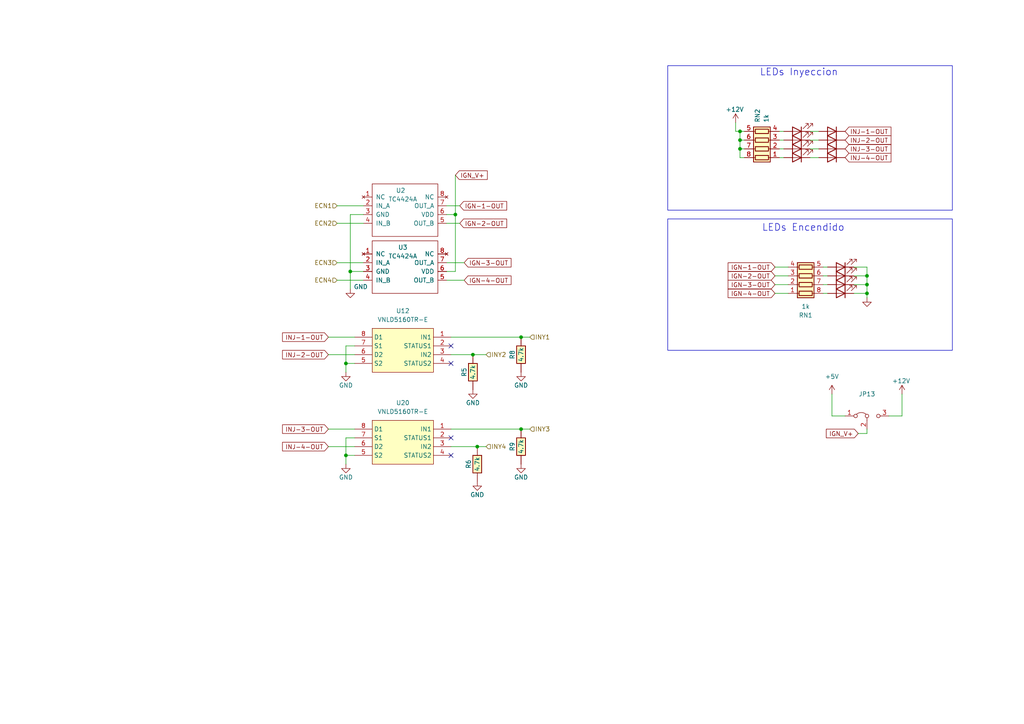
<source format=kicad_sch>
(kicad_sch (version 20241004) (generator "eeschema") (generator_version "8.99")
  (paper "A4")
  (title_block (title "μEFI (Speeduino FW compatible)") (date "2023-12-25") (rev "v6.1") (company "Churrosoft ®") (comment 1 "CERN-OHL-S-2.0 license"))
  (lib_symbols
    (symbol "Device:D" (pin_numbers (hide yes)) (pin_names (offset 1.016) (hide yes))
      (property "Reference" "D" (at 0 2.54 0))
      (property "Value" "D" (at 0 -2.54 0))
      (symbol "D_0_1"
        (polyline (pts (xy -1.27 1.27) (xy -1.27 -1.27)) (stroke (width 0.254)))
        (polyline (pts (xy 1.27 1.27) (xy 1.27 -1.27) (xy -1.27 0) (xy 1.27 1.27)) (stroke (width 0.254)))
        (polyline (pts (xy 1.27 0) (xy -1.27 0)))
      )
      (symbol "D_1_1"
        (pin passive line (at -3.81 0 0) (length 2.54) (name "K") (number "1"))
        (pin passive line (at 3.81 0 180) (length 2.54) (name "A") (number "2"))
      )
    )
    (symbol "Device:LED" (pin_numbers (hide yes)) (pin_names (offset 1.016) (hide yes))
      (property "Reference" "D" (at 0 2.54 0))
      (property "Value" "LED" (at 0 -2.54 0))
      (symbol "LED_0_1"
        (polyline (pts (xy -3.048 -0.762) (xy -4.572 -2.286) (xy -3.81 -2.286) (xy -4.572 -2.286) (xy -4.572 -1.524)))
        (polyline (pts (xy -1.778 -0.762) (xy -3.302 -2.286) (xy -2.54 -2.286) (xy -3.302 -2.286) (xy -3.302 -1.524)))
        (polyline (pts (xy -1.27 0) (xy 1.27 0)))
        (polyline (pts (xy -1.27 -1.27) (xy -1.27 1.27)) (stroke (width 0.254)))
        (polyline (pts (xy 1.27 -1.27) (xy 1.27 1.27) (xy -1.27 0) (xy 1.27 -1.27)) (stroke (width 0.254)))
      )
      (symbol "LED_1_1"
        (pin passive line (at -3.81 0 0) (length 2.54) (name "K") (number "1"))
        (pin passive line (at 3.81 0 180) (length 2.54) (name "A") (number "2"))
      )
    )
    (symbol "Device:R_Pack04" (pin_names (offset 0) (hide yes))
      (property "Reference" "RN" (at -7.62 0 90))
      (property "Value" "R_Pack04" (at 5.08 0 90))
      (symbol "R_Pack04_0_1"
        (rectangle (start -6.35 -2.413) (end 3.81 2.413) (stroke (width 0.254)) (fill (type background)))
        (rectangle (start -5.715 1.905) (end -4.445 -1.905) (stroke (width 0.254)))
        (polyline (pts (xy -5.08 1.905) (xy -5.08 2.54)))
        (polyline (pts (xy -5.08 -2.54) (xy -5.08 -1.905)))
        (rectangle (start -3.175 1.905) (end -1.905 -1.905) (stroke (width 0.254)))
        (polyline (pts (xy -2.54 1.905) (xy -2.54 2.54)))
        (polyline (pts (xy -2.54 -2.54) (xy -2.54 -1.905)))
        (rectangle (start -0.635 1.905) (end 0.635 -1.905) (stroke (width 0.254)))
        (polyline (pts (xy 0 1.905) (xy 0 2.54)))
        (polyline (pts (xy 0 -2.54) (xy 0 -1.905)))
        (rectangle (start 1.905 1.905) (end 3.175 -1.905) (stroke (width 0.254)))
        (polyline (pts (xy 2.54 1.905) (xy 2.54 2.54)))
        (polyline (pts (xy 2.54 -2.54) (xy 2.54 -1.905)))
      )
      (symbol "R_Pack04_1_1"
        (pin passive line (at -5.08 5.08 270) (length 2.54) (name "R1.2") (number "8"))
        (pin passive line (at -5.08 -5.08 90) (length 2.54) (name "R1.1") (number "1"))
        (pin passive line (at -2.54 5.08 270) (length 2.54) (name "R2.2") (number "7"))
        (pin passive line (at -2.54 -5.08 90) (length 2.54) (name "R2.1") (number "2"))
        (pin passive line (at 0 5.08 270) (length 2.54) (name "R3.2") (number "6"))
        (pin passive line (at 0 -5.08 90) (length 2.54) (name "R3.1") (number "3"))
        (pin passive line (at 2.54 5.08 270) (length 2.54) (name "R4.2") (number "5"))
        (pin passive line (at 2.54 -5.08 90) (length 2.54) (name "R4.1") (number "4"))
      )
    )
    (symbol "IC_Automotive:TC4424A" (pin_names (offset 1.016))
      (property "Reference" "U" (at -7.62 38.1 0))
      (property "Value" "TC4424A" (at -15.24 38.1 0))
      (symbol "TC4424A_0_1"
        (rectangle (start -25.4 36.83) (end -6.35 21.59))
      )
      (symbol "TC4424A_1_1"
        (pin no_connect line (at -27.94 33.02 0) (length 2.54) (name "NC") (number "1"))
        (pin input line (at -27.94 30.48 0) (length 2.54) (name "IN_A") (number "2"))
        (pin power_in line (at -27.94 27.94 0) (length 2.54) (name "GND") (number "3"))
        (pin input line (at -27.94 25.4 0) (length 2.54) (name "IN_B") (number "4"))
        (pin no_connect line (at -3.81 33.02 180) (length 2.54) (name "NC") (number "8"))
        (pin output line (at -3.81 30.48 180) (length 2.54) (name "OUT_A") (number "7"))
        (pin power_in line (at -3.81 27.94 180) (length 2.54) (name "VDD") (number "6"))
        (pin input line (at -3.81 25.4 180) (length 2.54) (name "OUT_B") (number "5"))
      )
    )
    (symbol "Jumper:Jumper_3_Bridged12" (pin_names (offset 0) (hide yes))
      (property "Reference" "JP" (at -2.54 -2.54 0))
      (property "Value" "Jumper_3_Bridged12" (at 0 2.794 0))
      (symbol "Jumper_3_Bridged12_0_0"
        (circle (center -3.302 0) (radius 0.508))
        (circle (center 0 0) (radius 0.508))
        (circle (center 3.302 0) (radius 0.508))
      )
      (symbol "Jumper_3_Bridged12_0_1"
        (arc (start -3.048 0.508) (mid -1.651 0.9912) (end -0.254 0.508))
        (polyline (pts (xy 0 -1.27) (xy 0 -0.508)))
      )
      (symbol "Jumper_3_Bridged12_1_1"
        (pin passive line (at -6.35 0 0) (length 2.54) (name "A") (number "1"))
        (pin passive line (at 0 -3.81 90) (length 2.54) (name "C") (number "2"))
        (pin passive line (at 6.35 0 180) (length 2.54) (name "B") (number "3"))
      )
    )
    (symbol "chips:VNLD5160"
      (property "Reference" "U" (at 6.35 3.81 0))
      (property "Value" "VNLD5160TR-E" (at 12.7 -11.43 0))
      (symbol "VNLD5160_1_1"
        (rectangle (start 5.08 2.54) (end 22.86 -10.16) (fill (type background)))
        (pin input line (at 0 0 0) (length 5.08) (name "IN1") (number "1"))
        (pin open_collector line (at 0 -2.54 0) (length 5.08) (name "STATUS1") (number "2"))
        (pin input line (at 0 -5.08 0) (length 5.08) (name "IN2") (number "3"))
        (pin open_collector line (at 0 -7.62 0) (length 5.08) (name "STATUS2") (number "4"))
        (pin power_out line (at 27.94 0 180) (length 5.08) (name "D1") (number "8"))
        (pin power_in line (at 27.94 -2.54 180) (length 5.08) (name "S1") (number "7"))
        (pin power_out line (at 27.94 -5.08 180) (length 5.08) (name "D2") (number "6"))
        (pin power_in line (at 27.94 -7.62 180) (length 5.08) (name "S2") (number "5"))
      )
    )
    (symbol "hellen-one-common:Res" (pin_numbers (hide yes))
      (property "Reference" "R" (at 3.81 2.54 0))
      (property "Value" "Res" (at 5.08 -2.54 0))
      (symbol "Res_1_0"
        (rectangle (start 2.54 -1.27) (end 7.62 1.27) (stroke (width 0.254)) (fill (type background)))
        (pin passive line (at 0 0 0) (length 2.54) (name "") (number "1"))
        (pin passive line (at 10.16 0 180) (length 2.54) (name "") (number "2"))
      )
    )
    (symbol "power:+12V" (power) (pin_names (offset 0))
      (property "Value" "+12V" (at 0 3.556 0))
      (symbol "+12V_0_1"
        (polyline (pts (xy -0.762 1.27) (xy 0 2.54)))
        (polyline (pts (xy 0 2.54) (xy 0.762 1.27)))
        (polyline (pts (xy 0 0) (xy 0 2.54)))
      )
      (symbol "+12V_1_1"
        (pin power_in line (at 0 0 90) (length 0) (hide yes) (name "+12V") (number "1"))
      )
    )
    (symbol "power:+5V" (power) (pin_names (offset 0))
      (property "Value" "+5V" (at 0 3.556 0))
      (symbol "+5V_0_1"
        (polyline (pts (xy -0.762 1.27) (xy 0 2.54)))
        (polyline (pts (xy 0 2.54) (xy 0.762 1.27)))
        (polyline (pts (xy 0 0) (xy 0 2.54)))
      )
      (symbol "+5V_1_1"
        (pin power_in line (at 0 0 90) (length 0) (hide yes) (name "+5V") (number "1"))
      )
    )
    (symbol "power:GND" (power) (pin_names (offset 0))
      (property "Value" "GND" (at 0 -3.81 0))
      (symbol "GND_0_1"
        (polyline (pts (xy 0 0) (xy 0 -1.27) (xy 1.27 -1.27) (xy 0 -2.54) (xy -1.27 -1.27) (xy 0 -1.27)))
      )
      (symbol "GND_1_1"
        (pin power_in line (at 0 0 270) (length 0) (hide yes) (name "GND") (number "1"))
      )
    )
  )
  (rectangle (start 193.675 63.5) (end 276.225 101.6))
  (rectangle (start 193.675 19.05) (end 276.225 60.96))
  (text "LEDs Encendido" (at 220.98 67.31 0) (effects (font (size 2 2)) (justify left bottom)))
  (text "LEDs Inyeccion" (at 220.345 22.225 0) (effects (font (size 2 2)) (justify left bottom)))
  (junction (at 101.6 78.74))
  (junction (at 251.46 82.55))
  (junction (at 138.43 129.54))
  (junction (at 214.63 38.1))
  (junction (at 100.33 105.41))
  (junction (at 151.13 124.46))
  (junction (at 251.46 85.09))
  (junction (at 132.08 62.23))
  (junction (at 214.63 43.18))
  (junction (at 151.13 97.79))
  (junction (at 251.46 80.01))
  (junction (at 100.33 132.08))
  (junction (at 214.63 40.64))
  (junction (at 137.16 102.87))
  (no_connect (at 130.81 100.33))
  (no_connect (at 130.81 132.08))
  (no_connect (at 130.81 105.41))
  (no_connect (at 130.81 127))
  (wire (pts (xy 101.6 62.23) (xy 105.41 62.23)))
  (wire (pts (xy 247.65 82.55) (xy 251.46 82.55)))
  (wire (pts (xy 132.08 62.23) (xy 129.54 62.23)))
  (wire (pts (xy 100.33 105.41) (xy 102.87 105.41)))
  (wire (pts (xy 241.3 120.65) (xy 245.11 120.65)))
  (wire (pts (xy 95.25 102.87) (xy 102.87 102.87)))
  (wire (pts (xy 132.08 50.8) (xy 132.08 62.23)))
  (wire (pts (xy 129.54 59.69) (xy 133.35 59.69)))
  (wire (pts (xy 224.79 80.01) (xy 228.6 80.01)))
  (wire (pts (xy 251.46 85.09) (xy 247.65 85.09)))
  (wire (pts (xy 132.08 78.74) (xy 132.08 62.23)))
  (wire (pts (xy 95.25 97.79) (xy 102.87 97.79)))
  (wire (pts (xy 238.76 82.55) (xy 240.03 82.55)))
  (wire (pts (xy 151.13 97.79) (xy 153.67 97.79)))
  (wire (pts (xy 95.25 124.46) (xy 102.87 124.46)))
  (wire (pts (xy 224.79 85.09) (xy 228.6 85.09)))
  (wire (pts (xy 215.9 38.1) (xy 214.63 38.1)))
  (wire (pts (xy 251.46 85.09) (xy 251.46 82.55)))
  (wire (pts (xy 130.81 97.79) (xy 151.13 97.79)))
  (wire (pts (xy 238.76 77.47) (xy 240.03 77.47)))
  (wire (pts (xy 251.46 82.55) (xy 251.46 80.01)))
  (wire (pts (xy 234.95 45.72) (xy 237.49 45.72)))
  (wire (pts (xy 261.62 120.65) (xy 257.81 120.65)))
  (wire (pts (xy 247.65 80.01) (xy 251.46 80.01)))
  (wire (pts (xy 101.6 78.74) (xy 105.41 78.74)))
  (wire (pts (xy 214.63 40.64) (xy 214.63 38.1)))
  (wire (pts (xy 95.25 129.54) (xy 102.87 129.54)))
  (wire (pts (xy 226.06 45.72) (xy 227.33 45.72)))
  (wire (pts (xy 100.33 132.08) (xy 100.33 127)))
  (wire (pts (xy 226.06 40.64) (xy 227.33 40.64)))
  (wire (pts (xy 251.46 125.73) (xy 251.46 124.46)))
  (wire (pts (xy 130.81 124.46) (xy 151.13 124.46)))
  (wire (pts (xy 226.06 38.1) (xy 227.33 38.1)))
  (wire (pts (xy 247.65 77.47) (xy 251.46 77.47)))
  (wire (pts (xy 238.76 85.09) (xy 240.03 85.09)))
  (wire (pts (xy 130.81 129.54) (xy 138.43 129.54)))
  (wire (pts (xy 129.54 78.74) (xy 132.08 78.74)))
  (wire (pts (xy 213.36 35.56) (xy 213.36 38.1)))
  (wire (pts (xy 248.92 125.73) (xy 251.46 125.73)))
  (wire (pts (xy 234.95 38.1) (xy 237.49 38.1)))
  (wire (pts (xy 129.54 81.28) (xy 134.62 81.28)))
  (wire (pts (xy 97.79 76.2) (xy 105.41 76.2)))
  (wire (pts (xy 137.16 102.87) (xy 140.97 102.87)))
  (wire (pts (xy 129.54 76.2) (xy 134.62 76.2)))
  (wire (pts (xy 234.95 43.18) (xy 237.49 43.18)))
  (wire (pts (xy 251.46 86.36) (xy 251.46 85.09)))
  (wire (pts (xy 238.76 80.01) (xy 240.03 80.01)))
  (wire (pts (xy 151.13 124.46) (xy 153.67 124.46)))
  (wire (pts (xy 224.79 82.55) (xy 228.6 82.55)))
  (wire (pts (xy 97.79 59.69) (xy 105.41 59.69)))
  (wire (pts (xy 97.79 64.77) (xy 105.41 64.77)))
  (wire (pts (xy 100.33 134.62) (xy 100.33 132.08)))
  (wire (pts (xy 100.33 132.08) (xy 102.87 132.08)))
  (wire (pts (xy 100.33 127) (xy 102.87 127)))
  (wire (pts (xy 226.06 43.18) (xy 227.33 43.18)))
  (wire (pts (xy 97.79 81.28) (xy 105.41 81.28)))
  (wire (pts (xy 213.36 38.1) (xy 214.63 38.1)))
  (wire (pts (xy 101.6 78.74) (xy 101.6 62.23)))
  (wire (pts (xy 130.81 102.87) (xy 137.16 102.87)))
  (wire (pts (xy 129.54 64.77) (xy 133.35 64.77)))
  (wire (pts (xy 138.43 129.54) (xy 140.97 129.54)))
  (wire (pts (xy 241.3 114.3) (xy 241.3 120.65)))
  (wire (pts (xy 100.33 107.95) (xy 100.33 105.41)))
  (wire (pts (xy 100.33 105.41) (xy 100.33 100.33)))
  (wire (pts (xy 100.33 100.33) (xy 102.87 100.33)))
  (wire (pts (xy 214.63 40.64) (xy 215.9 40.64)))
  (wire (pts (xy 215.9 43.18) (xy 214.63 43.18)))
  (wire (pts (xy 234.95 40.64) (xy 237.49 40.64)))
  (wire (pts (xy 101.6 83.82) (xy 101.6 78.74)))
  (wire (pts (xy 251.46 80.01) (xy 251.46 77.47)))
  (wire (pts (xy 214.63 43.18) (xy 214.63 45.72)))
  (wire (pts (xy 224.79 77.47) (xy 228.6 77.47)))
  (wire (pts (xy 214.63 45.72) (xy 215.9 45.72)))
  (wire (pts (xy 214.63 43.18) (xy 214.63 40.64)))
  (wire (pts (xy 261.62 114.3) (xy 261.62 120.65)))
  (global_label "IGN-1-OUT" (shape input) (at 133.35 59.69 0) (property "Intersheetrefs" "${INTERSHEET_REFS}" (effects (hide yes))))
  (global_label "IGN-2-OUT" (shape input) (at 224.79 80.01 180) (property "Intersheetrefs" "${INTERSHEET_REFS}" (effects (hide yes))))
  (global_label "INJ-3-OUT" (shape input) (at 95.25 124.46 180) (property "Intersheetrefs" "${INTERSHEET_REFS}" (effects (hide yes))))
  (global_label "IGN-3-OUT" (shape input) (at 134.62 76.2 0) (property "Intersheetrefs" "${INTERSHEET_REFS}" (effects (hide yes))))
  (global_label "IGN-2-OUT" (shape input) (at 133.35 64.77 0) (property "Intersheetrefs" "${INTERSHEET_REFS}" (effects (hide yes))))
  (global_label "IGN-4-OUT" (shape input) (at 134.62 81.28 0) (property "Intersheetrefs" "${INTERSHEET_REFS}" (effects (hide yes))))
  (global_label "IGN_V+" (shape input) (at 132.08 50.8 0) (property "Intersheetrefs" "${INTERSHEET_REFS}" (effects (hide yes))))
  (global_label "INJ-1-OUT" (shape input) (at 245.11 38.1 0) (property "Intersheetrefs" "${INTERSHEET_REFS}" (effects (hide yes))))
  (global_label "IGN-3-OUT" (shape input) (at 224.79 82.55 180) (property "Intersheetrefs" "${INTERSHEET_REFS}" (effects (hide yes))))
  (global_label "IGN-1-OUT" (shape input) (at 224.79 77.47 180) (property "Intersheetrefs" "${INTERSHEET_REFS}" (effects (hide yes))))
  (global_label "INJ-2-OUT" (shape input) (at 95.25 102.87 180) (property "Intersheetrefs" "${INTERSHEET_REFS}" (effects (hide yes))))
  (global_label "INJ-4-OUT" (shape input) (at 95.25 129.54 180) (property "Intersheetrefs" "${INTERSHEET_REFS}" (effects (hide yes))))
  (global_label "INJ-4-OUT" (shape input) (at 245.11 45.72 0) (property "Intersheetrefs" "${INTERSHEET_REFS}" (effects (hide yes))))
  (global_label "INJ-2-OUT" (shape input) (at 245.11 40.64 0) (property "Intersheetrefs" "${INTERSHEET_REFS}" (effects (hide yes))))
  (global_label "IGN-4-OUT" (shape input) (at 224.79 85.09 180) (property "Intersheetrefs" "${INTERSHEET_REFS}" (effects (hide yes))))
  (global_label "INJ-1-OUT" (shape input) (at 95.25 97.79 180) (property "Intersheetrefs" "${INTERSHEET_REFS}" (effects (hide yes))))
  (global_label "IGN_V+" (shape input) (at 248.92 125.73 180) (property "Intersheetrefs" "${INTERSHEET_REFS}" (effects (hide yes))))
  (global_label "INJ-3-OUT" (shape input) (at 245.11 43.18 0) (property "Intersheetrefs" "${INTERSHEET_REFS}" (effects (hide yes))))
  (hierarchical_label "INY3" (shape input) (at 153.67 124.46 0))
  (hierarchical_label "ECN1" (shape input) (at 97.79 59.69 180))
  (hierarchical_label "ECN4" (shape input) (at 97.79 81.28 180))
  (hierarchical_label "ECN3" (shape input) (at 97.79 76.2 180))
  (hierarchical_label "ECN2" (shape input) (at 97.79 64.77 180))
  (hierarchical_label "INY1" (shape input) (at 153.67 97.79 0))
  (hierarchical_label "INY4" (shape input) (at 140.97 129.54 0))
  (hierarchical_label "INY2" (shape input) (at 140.97 102.87 0))
  (symbol (lib_id "chips:VNLD5160") (at 130.81 97.79 0) (mirror y) (unit 1)
    (property "Reference" "U12" (at 116.84 90.17 0))
    (property "Value" "VNLD5160TR-E" (at 116.84 92.71 0))
    (property "Footprint" "Package_SO:SOIC-8_3.9x4.9mm_P1.27mm" (effects (hide yes)))
    (property "LCSC" "C377942" (effects (hide yes)))
  )
  (symbol (lib_id "Jumper:Jumper_3_Bridged12") (at 251.46 120.65 0) (unit 1) (in_bom no)
    (property "Reference" "JP13" (at 251.46 114.3 0))
    (property "Value" "Jumper_3_Bridged12" (effects (hide yes)))
    (property "Footprint" "Jumper:SolderJumper-3_P1.3mm_Bridged2Bar12_Pad1.0x1.5mm" (effects (hide yes)))
    (property "Description" "Jumper, 3-pole, pins 1+2 closed/bridged" (effects (hide yes)))
  )
  (symbol (lib_id "power:GND") (at 138.43 139.7 0) (unit 1)
    (property "Reference" "#PWR046" (effects (hide yes)))
    (property "Value" "GND" (at 138.43 143.51 0))
    (property "Description" "Power symbol creates a global label with name \"GND\" , ground" (effects (hide yes)))
  )
  (symbol (lib_id "hellen-one-common:Res") (at 138.43 139.7 90) (unit 1)
    (property "Reference" "R6" (at 135.89 134.62 0))
    (property "Value" "4.7k" (at 138.43 134.62 0))
    (property "Footprint" "Resistor_SMD:R_0603_1608Metric" (effects (hide yes)))
    (property "LCSC" "C23162" (effects (hide yes)))
  )
  (symbol (lib_id "hellen-one-common:Res") (at 151.13 107.95 90) (unit 1)
    (property "Reference" "R8" (at 148.59 102.87 0))
    (property "Value" "4.7k" (at 151.13 102.87 0))
    (property "Footprint" "Resistor_SMD:R_0603_1608Metric" (effects (hide yes)))
    (property "LCSC" "C23162" (effects (hide yes)))
  )
  (symbol (lib_id "power:GND") (at 151.13 134.62 0) (unit 1)
    (property "Reference" "#PWR048" (effects (hide yes)))
    (property "Value" "GND" (at 151.13 138.43 0))
    (property "Description" "Power symbol creates a global label with name \"GND\" , ground" (effects (hide yes)))
  )
  (symbol (lib_id "Device:LED") (at 231.14 43.18 180) (unit 1)
    (property "Reference" "D5" (effects (hide yes)))
    (property "Value" "LED" (effects (hide yes)))
    (property "Footprint" "LED_SMD:LED_0805_2012Metric" (effects (hide yes)))
    (property "Digikey Part Number" "475-1415-1-ND" (effects (hide yes)))
    (property "Manufacturer_Name" "OSRAM" (effects (hide yes)))
    (property "Manufacturer_Part_Number" "LH R974-LP-1" (effects (hide yes)))
    (property "URL" "https://www.digikey.com/product-detail/en/osram-opto-semiconductors-inc/LH-R974-LP-1/475-1415-1-ND/1802604" (effects (hide yes)))
    (property "LCSC" "C965815" (effects (hide yes)))
  )
  (symbol (lib_id "IC_Automotive:TC4424A") (at 133.35 106.68 0) (unit 1)
    (property "Reference" "U3" (at 116.84 71.755 0))
    (property "Value" "TC4424A" (at 116.84 74.295 0))
    (property "Footprint" "Package_SO:SOIC-8_3.9x4.9mm_P1.27mm" (effects (hide yes)))
    (property "Digikey Part Number" "TC4424AVOA-ND" (effects (hide yes)))
    (property "Manufacturer_Name" "Microchip" (effects (hide yes)))
    (property "Manufacturer_Part_Number" "TC4424AVOA" (effects (hide yes)))
    (property "URL" "https://www.digikey.com/product-detail/en/microchip-technology/TC4424AVOA/TC4424AVOA-ND/1098908" (effects (hide yes)))
    (property "LCSC" "C44150" (effects (hide yes)))
    (property "STOCK" "ICS-000345-00" (effects (hide yes)))
  )
  (symbol (lib_id "IC_Automotive:TC4424A") (at 133.35 90.17 0) (unit 1)
    (property "Reference" "U2" (at 116.205 55.245 0))
    (property "Value" "TC4424A" (at 116.84 57.785 0))
    (property "Footprint" "Package_SO:SOIC-8_3.9x4.9mm_P1.27mm" (effects (hide yes)))
    (property "Digikey Part Number" "TC4424AVOA-ND" (effects (hide yes)))
    (property "Manufacturer_Name" "Microchip" (effects (hide yes)))
    (property "Manufacturer_Part_Number" "TC4424AVOA" (effects (hide yes)))
    (property "URL" "https://www.digikey.com/product-detail/en/microchip-technology/TC4424AVOA/TC4424AVOA-ND/1098908" (effects (hide yes)))
    (property "LCSC" "C44150" (effects (hide yes)))
    (property "STOCK" "ICS-000345-00" (effects (hide yes)))
  )
  (symbol (lib_id "Device:LED") (at 243.84 85.09 180) (unit 1)
    (property "Reference" "D1" (effects (hide yes)))
    (property "Value" "LED" (effects (hide yes)))
    (property "Footprint" "LED_SMD:LED_0805_2012Metric" (effects (hide yes)))
    (property "Digikey Part Number" "SML-H12D8TT86CCT-ND" (effects (hide yes)))
    (property "Manufacturer_Name" "Rohm Semiconductor" (effects (hide yes)))
    (property "Manufacturer_Part_Number" "SML-H12D8TT86C" (effects (hide yes)))
    (property "URL" "https://www.digikey.com.au/product-detail/en/rohm-semiconductor/SML-H12D8TT86C/SML-H12D8TT86CCT-ND/9090486" (effects (hide yes)))
    (property "LCSC" "C965814" (effects (hide yes)))
  )
  (symbol (lib_id "Device:D") (at 241.3 43.18 180) (unit 1)
    (property "Reference" "D6" (effects (hide yes)))
    (property "Value" "1N5819WS" (effects (hide yes)))
    (property "Footprint" "Diode_SMD:D_SOD-323_HandSoldering" (effects (hide yes)))
    (property "Manufacturer_Name" "MCC" (effects (hide yes)))
    (property "Manufacturer_Part_Number" "1N4448WX-TP" (effects (hide yes)))
    (property "URL" "https://www.digikey.com/product-detail/en/micro-commercial-co/1N4448WX-TP/1N4448WXTPMSCT-ND/789338" (effects (hide yes)))
    (property "LCSC" "C191023" (effects (hide yes)))
    (property "STOCK" "DIO-000272-00" (effects (hide yes)))
  )
  (symbol (lib_id "hellen-one-common:Res") (at 151.13 134.62 90) (unit 1)
    (property "Reference" "R9" (at 148.59 129.54 0))
    (property "Value" "4.7k" (at 151.13 129.54 0))
    (property "Footprint" "Resistor_SMD:R_0603_1608Metric" (effects (hide yes)))
    (property "LCSC" "C23162" (effects (hide yes)))
  )
  (symbol (lib_id "Device:LED") (at 243.84 77.47 180) (unit 1)
    (property "Reference" "D12" (effects (hide yes)))
    (property "Value" "LED" (effects (hide yes)))
    (property "Footprint" "LED_SMD:LED_0805_2012Metric" (effects (hide yes)))
    (property "Digikey Part Number" "SML-H12D8TT86CCT-ND" (effects (hide yes)))
    (property "Manufacturer_Name" "Rohm Semiconductor" (effects (hide yes)))
    (property "Manufacturer_Part_Number" "SML-H12D8TT86C" (effects (hide yes)))
    (property "URL" "https://www.digikey.com.au/product-detail/en/rohm-semiconductor/SML-H12D8TT86C/SML-H12D8TT86CCT-ND/9090486" (effects (hide yes)))
    (property "LCSC" "C965814" (effects (hide yes)))
  )
  (symbol (lib_id "Device:LED") (at 243.84 82.55 180) (unit 1)
    (property "Reference" "D4" (effects (hide yes)))
    (property "Value" "LED" (effects (hide yes)))
    (property "Footprint" "LED_SMD:LED_0805_2012Metric" (effects (hide yes)))
    (property "Digikey Part Number" "SML-H12D8TT86CCT-ND" (effects (hide yes)))
    (property "Manufacturer_Name" "Rohm Semiconductor" (effects (hide yes)))
    (property "Manufacturer_Part_Number" "SML-H12D8TT86C" (effects (hide yes)))
    (property "URL" "https://www.digikey.com.au/product-detail/en/rohm-semiconductor/SML-H12D8TT86C/SML-H12D8TT86CCT-ND/9090486" (effects (hide yes)))
    (property "LCSC" "C965814" (effects (hide yes)))
  )
  (symbol (lib_id "hellen-one-common:Res") (at 137.16 113.03 90) (unit 1)
    (property "Reference" "R5" (at 134.62 107.95 0))
    (property "Value" "4.7k" (at 137.16 107.95 0))
    (property "Footprint" "Resistor_SMD:R_0603_1608Metric" (effects (hide yes)))
    (property "LCSC" "C23162" (effects (hide yes)))
  )
  (symbol (lib_id "chips:VNLD5160") (at 130.81 124.46 0) (mirror y) (unit 1)
    (property "Reference" "U20" (at 116.84 116.84 0))
    (property "Value" "VNLD5160TR-E" (at 116.84 119.38 0))
    (property "Footprint" "Package_SO:SOIC-8_3.9x4.9mm_P1.27mm" (effects (hide yes)))
    (property "LCSC" "C377942" (effects (hide yes)))
  )
  (symbol (lib_id "Device:LED") (at 243.84 80.01 180) (unit 1)
    (property "Reference" "D9" (effects (hide yes)))
    (property "Value" "LED" (effects (hide yes)))
    (property "Footprint" "LED_SMD:LED_0805_2012Metric" (effects (hide yes)))
    (property "Digikey Part Number" "SML-H12D8TT86CCT-ND" (effects (hide yes)))
    (property "Manufacturer_Name" "Rohm Semiconductor" (effects (hide yes)))
    (property "Manufacturer_Part_Number" "SML-H12D8TT86C" (effects (hide yes)))
    (property "URL" "https://www.digikey.com.au/product-detail/en/rohm-semiconductor/SML-H12D8TT86C/SML-H12D8TT86CCT-ND/9090486" (effects (hide yes)))
    (property "LCSC" "C965814" (effects (hide yes)))
  )
  (symbol (lib_id "Device:D") (at 241.3 45.72 180) (unit 1)
    (property "Reference" "D3" (effects (hide yes)))
    (property "Value" "1N5819WS" (effects (hide yes)))
    (property "Footprint" "Diode_SMD:D_SOD-323_HandSoldering" (effects (hide yes)))
    (property "Manufacturer_Name" "MCC" (effects (hide yes)))
    (property "Manufacturer_Part_Number" "1N4448WX-TP" (effects (hide yes)))
    (property "URL" "https://www.digikey.com/product-detail/en/micro-commercial-co/1N4448WX-TP/1N4448WXTPMSCT-ND/789338" (effects (hide yes)))
    (property "LCSC" "C191023" (effects (hide yes)))
    (property "STOCK" "DIO-000272-00" (effects (hide yes)))
  )
  (symbol (lib_id "power:GND") (at 151.13 107.95 0) (unit 1)
    (property "Reference" "#PWR047" (effects (hide yes)))
    (property "Value" "GND" (at 151.13 111.76 0))
    (property "Description" "Power symbol creates a global label with name \"GND\" , ground" (effects (hide yes)))
  )
  (symbol (lib_id "power:GND") (at 101.6 83.82 0) (unit 1)
    (property "Reference" "#PWR05" (effects (hide yes)))
    (property "Value" "GND" (at 106.68 83.185 0) (effects (justify right)))
    (property "Description" "Power symbol creates a global label with name \"GND\" , ground" (effects (hide yes)))
  )
  (symbol (lib_id "Device:D") (at 241.3 38.1 180) (unit 1)
    (property "Reference" "D11" (effects (hide yes)))
    (property "Value" "1N5819WS" (effects (hide yes)))
    (property "Footprint" "Diode_SMD:D_SOD-323_HandSoldering" (effects (hide yes)))
    (property "Manufacturer_Name" "MCC" (effects (hide yes)))
    (property "Manufacturer_Part_Number" "1N4448WX-TP" (effects (hide yes)))
    (property "URL" "https://www.digikey.com/product-detail/en/micro-commercial-co/1N4448WX-TP/1N4448WXTPMSCT-ND/789338" (effects (hide yes)))
    (property "LCSC" "C191023" (effects (hide yes)))
    (property "STOCK" "DIO-000272-00" (effects (hide yes)))
  )
  (symbol (lib_id "Device:D") (at 241.3 40.64 180) (unit 1)
    (property "Reference" "D8" (effects (hide yes)))
    (property "Value" "1N5819WS" (effects (hide yes)))
    (property "Footprint" "Diode_SMD:D_SOD-323_HandSoldering" (effects (hide yes)))
    (property "Manufacturer_Name" "MCC" (effects (hide yes)))
    (property "Manufacturer_Part_Number" "1N4448WX-TP" (effects (hide yes)))
    (property "URL" "https://www.digikey.com/product-detail/en/micro-commercial-co/1N4448WX-TP/1N4448WXTPMSCT-ND/789338" (effects (hide yes)))
    (property "LCSC" "C191023" (effects (hide yes)))
    (property "STOCK" "DIO-000272-00" (effects (hide yes)))
  )
  (symbol (lib_id "power:GND") (at 137.16 113.03 0) (unit 1)
    (property "Reference" "#PWR041" (effects (hide yes)))
    (property "Value" "GND" (at 137.16 116.84 0))
    (property "Description" "Power symbol creates a global label with name \"GND\" , ground" (effects (hide yes)))
  )
  (symbol (lib_id "power:GND") (at 100.33 107.95 0) (mirror y) (unit 1)
    (property "Reference" "#PWR039" (effects (hide yes)))
    (property "Value" "GND" (at 100.33 111.76 0))
    (property "Description" "Power symbol creates a global label with name \"GND\" , ground" (effects (hide yes)))
  )
  (symbol (lib_id "power:+12V") (at 261.62 114.3 0) (unit 1)
    (property "Reference" "#PWR028" (effects (hide yes)))
    (property "Value" "+12V" (at 261.366 110.49 0))
  )
  (symbol (lib_id "Device:R_Pack04") (at 233.68 80.01 270) (mirror x) (unit 1)
    (property "Reference" "RN1" (at 233.68 91.44 90))
    (property "Value" "1k" (at 233.68 88.9 90))
    (property "Footprint" "Resistor_SMD:R_Array_Convex_4x0603" (effects (hide yes)))
    (property "LCSC" "C110021" (effects (hide yes)))
    (property "STOCK" "RES-000353-00" (effects (hide yes)))
  )
  (symbol (lib_id "power:+12V") (at 213.36 35.56 0) (unit 1)
    (property "Reference" "#PWR07" (effects (hide yes)))
    (property "Value" "+12V" (at 213.106 31.75 0))
  )
  (symbol (lib_id "Device:LED") (at 231.14 38.1 180) (unit 1)
    (property "Reference" "D10" (effects (hide yes)))
    (property "Value" "LED" (effects (hide yes)))
    (property "Footprint" "LED_SMD:LED_0805_2012Metric" (effects (hide yes)))
    (property "Digikey Part Number" "475-1415-1-ND" (effects (hide yes)))
    (property "Manufacturer_Name" "OSRAM" (effects (hide yes)))
    (property "Manufacturer_Part_Number" "LH R974-LP-1" (effects (hide yes)))
    (property "URL" "https://www.digikey.com/product-detail/en/osram-opto-semiconductors-inc/LH-R974-LP-1/475-1415-1-ND/1802604" (effects (hide yes)))
    (property "LCSC" "C965815" (effects (hide yes)))
  )
  (symbol (lib_id "Device:R_Pack04") (at 220.98 40.64 90) (unit 1)
    (property "Reference" "RN2" (at 219.71 35.56 0) (effects (justify left)))
    (property "Value" "1k" (at 222.25 35.56 0) (effects (justify left)))
    (property "Footprint" "Resistor_SMD:R_Array_Convex_4x0603" (effects (hide yes)))
    (property "LCSC" "C110021" (effects (hide yes)))
    (property "STOCK" "RES-000353-00" (effects (hide yes)))
  )
  (symbol (lib_id "power:GND") (at 100.33 134.62 0) (mirror y) (unit 1)
    (property "Reference" "#PWR040" (effects (hide yes)))
    (property "Value" "GND" (at 100.33 138.43 0))
    (property "Description" "Power symbol creates a global label with name \"GND\" , ground" (effects (hide yes)))
  )
  (symbol (lib_id "power:+5V") (at 241.3 114.3 0) (unit 1)
    (property "Reference" "#PWR035" (effects (hide yes)))
    (property "Value" "+5V" (at 241.3 109.22 0))
    (property "Description" "Power symbol creates a global label with name \"+5V\"" (effects (hide yes)))
  )
  (symbol (lib_id "Device:LED") (at 231.14 45.72 180) (unit 1)
    (property "Reference" "D2" (effects (hide yes)))
    (property "Value" "LED" (effects (hide yes)))
    (property "Footprint" "LED_SMD:LED_0805_2012Metric" (effects (hide yes)))
    (property "Digikey Part Number" "475-1415-1-ND" (effects (hide yes)))
    (property "Manufacturer_Name" "OSRAM" (effects (hide yes)))
    (property "Manufacturer_Part_Number" "LH R974-LP-1" (effects (hide yes)))
    (property "URL" "https://www.digikey.com/product-detail/en/osram-opto-semiconductors-inc/LH-R974-LP-1/475-1415-1-ND/1802604" (effects (hide yes)))
    (property "LCSC" "C965815" (effects (hide yes)))
  )
  (symbol (lib_id "Device:LED") (at 231.14 40.64 180) (unit 1)
    (property "Reference" "D7" (effects (hide yes)))
    (property "Value" "LED" (effects (hide yes)))
    (property "Footprint" "LED_SMD:LED_0805_2012Metric" (effects (hide yes)))
    (property "Digikey Part Number" "475-1415-1-ND" (effects (hide yes)))
    (property "Manufacturer_Name" "OSRAM" (effects (hide yes)))
    (property "Manufacturer_Part_Number" "LH R974-LP-1" (effects (hide yes)))
    (property "URL" "https://www.digikey.com/product-detail/en/osram-opto-semiconductors-inc/LH-R974-LP-1/475-1415-1-ND/1802604" (effects (hide yes)))
    (property "LCSC" "C965815" (effects (hide yes)))
  )
  (symbol (lib_id "power:GND") (at 251.46 86.36 0) (unit 1)
    (property "Reference" "#PWR06" (effects (hide yes)))
    (property "Value" "GND" (effects (hide yes)))
    (property "Description" "Power symbol creates a global label with name \"GND\" , ground" (effects (hide yes)))
  )
)
</source>
